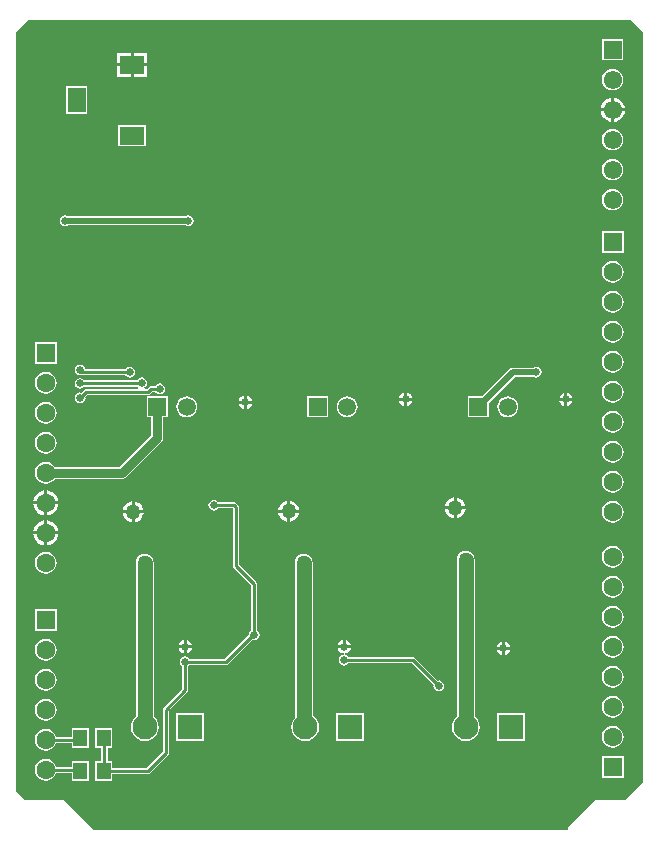
<source format=gbl>
G04*
G04 #@! TF.GenerationSoftware,Altium Limited,Altium Designer,20.0.9 (164)*
G04*
G04 Layer_Physical_Order=2*
G04 Layer_Color=16711680*
%FSLAX25Y25*%
%MOIN*%
G70*
G01*
G75*
%ADD63C,0.02000*%
%ADD64C,0.01000*%
%ADD65C,0.05000*%
%ADD67C,0.03000*%
%ADD68C,0.06102*%
%ADD69R,0.06102X0.06102*%
%ADD70C,0.06299*%
%ADD71R,0.06299X0.06299*%
%ADD72R,0.08268X0.08268*%
%ADD73C,0.08268*%
%ADD74R,0.05906X0.05906*%
%ADD75C,0.05906*%
%ADD76R,0.05906X0.08268*%
%ADD77R,0.08268X0.05906*%
%ADD78C,0.05000*%
%ADD79C,0.02500*%
%ADD80R,0.04724X0.05709*%
G36*
X103500Y132000D02*
Y-118000D01*
X97500Y-124000D01*
X87500D01*
X78500Y-133000D01*
Y-134000D01*
X-79500D01*
X-89500Y-124000D01*
X-102500D01*
X-105500Y-121000D01*
Y132000D01*
X-101500Y136000D01*
X99500D01*
X103500Y132000D01*
D02*
G37*
%LPC*%
G36*
X97051Y129551D02*
X89949D01*
Y122449D01*
X97051D01*
Y129551D01*
D02*
G37*
G36*
X-61579Y124984D02*
X-66213D01*
Y121531D01*
X-61579D01*
Y124984D01*
D02*
G37*
G36*
X-67213D02*
X-71846D01*
Y121531D01*
X-67213D01*
Y124984D01*
D02*
G37*
G36*
X-61579Y120531D02*
X-66213D01*
Y117079D01*
X-61579D01*
Y120531D01*
D02*
G37*
G36*
X-67213D02*
X-71846D01*
Y117079D01*
X-67213D01*
Y120531D01*
D02*
G37*
G36*
X93500Y119582D02*
X92573Y119460D01*
X91709Y119102D01*
X90967Y118533D01*
X90398Y117791D01*
X90040Y116927D01*
X89918Y116000D01*
X90040Y115073D01*
X90398Y114209D01*
X90967Y113467D01*
X91709Y112898D01*
X92573Y112540D01*
X93500Y112418D01*
X94427Y112540D01*
X95291Y112898D01*
X96033Y113467D01*
X96602Y114209D01*
X96960Y115073D01*
X97082Y116000D01*
X96960Y116927D01*
X96602Y117791D01*
X96033Y118533D01*
X95291Y119102D01*
X94427Y119460D01*
X93500Y119582D01*
D02*
G37*
G36*
X94000Y110020D02*
Y106500D01*
X97520D01*
X97447Y107058D01*
X97039Y108043D01*
X96389Y108889D01*
X95543Y109539D01*
X94558Y109947D01*
X94000Y110020D01*
D02*
G37*
G36*
X93000D02*
X92442Y109947D01*
X91457Y109539D01*
X90611Y108889D01*
X89961Y108043D01*
X89553Y107058D01*
X89480Y106500D01*
X93000D01*
Y110020D01*
D02*
G37*
G36*
X-81764Y113854D02*
X-88669D01*
Y104587D01*
X-81764D01*
Y113854D01*
D02*
G37*
G36*
X97520Y105500D02*
X94000D01*
Y101980D01*
X94558Y102053D01*
X95543Y102461D01*
X96389Y103111D01*
X97039Y103957D01*
X97447Y104942D01*
X97520Y105500D01*
D02*
G37*
G36*
X93000D02*
X89480D01*
X89553Y104942D01*
X89961Y103957D01*
X90611Y103111D01*
X91457Y102461D01*
X92442Y102053D01*
X93000Y101980D01*
Y105500D01*
D02*
G37*
G36*
X-62079Y100862D02*
X-71346D01*
Y93957D01*
X-62079D01*
Y100862D01*
D02*
G37*
G36*
X93500Y99582D02*
X92573Y99460D01*
X91709Y99102D01*
X90967Y98533D01*
X90398Y97791D01*
X90040Y96927D01*
X89918Y96000D01*
X90040Y95073D01*
X90398Y94209D01*
X90967Y93467D01*
X91709Y92898D01*
X92573Y92540D01*
X93500Y92418D01*
X94427Y92540D01*
X95291Y92898D01*
X96033Y93467D01*
X96602Y94209D01*
X96960Y95073D01*
X97082Y96000D01*
X96960Y96927D01*
X96602Y97791D01*
X96033Y98533D01*
X95291Y99102D01*
X94427Y99460D01*
X93500Y99582D01*
D02*
G37*
G36*
Y89582D02*
X92573Y89460D01*
X91709Y89102D01*
X90967Y88533D01*
X90398Y87791D01*
X90040Y86927D01*
X89918Y86000D01*
X90040Y85073D01*
X90398Y84209D01*
X90967Y83467D01*
X91709Y82898D01*
X92573Y82540D01*
X93500Y82418D01*
X94427Y82540D01*
X95291Y82898D01*
X96033Y83467D01*
X96602Y84209D01*
X96960Y85073D01*
X97082Y86000D01*
X96960Y86927D01*
X96602Y87791D01*
X96033Y88533D01*
X95291Y89102D01*
X94427Y89460D01*
X93500Y89582D01*
D02*
G37*
G36*
Y79582D02*
X92573Y79460D01*
X91709Y79102D01*
X90967Y78533D01*
X90398Y77791D01*
X90040Y76927D01*
X89918Y76000D01*
X90040Y75073D01*
X90398Y74209D01*
X90967Y73467D01*
X91709Y72898D01*
X92573Y72540D01*
X93500Y72418D01*
X94427Y72540D01*
X95291Y72898D01*
X96033Y73467D01*
X96602Y74209D01*
X96960Y75073D01*
X97082Y76000D01*
X96960Y76927D01*
X96602Y77791D01*
X96033Y78533D01*
X95291Y79102D01*
X94427Y79460D01*
X93500Y79582D01*
D02*
G37*
G36*
X-48000Y70784D02*
X-48683Y70648D01*
X-48861Y70529D01*
X-88139D01*
X-88317Y70648D01*
X-89000Y70784D01*
X-89683Y70648D01*
X-90262Y70262D01*
X-90649Y69683D01*
X-90784Y69000D01*
X-90649Y68317D01*
X-90262Y67738D01*
X-89683Y67352D01*
X-89000Y67216D01*
X-88317Y67352D01*
X-88139Y67471D01*
X-48861D01*
X-48683Y67352D01*
X-48000Y67216D01*
X-47317Y67352D01*
X-46738Y67738D01*
X-46352Y68317D01*
X-46216Y69000D01*
X-46352Y69683D01*
X-46738Y70262D01*
X-47317Y70648D01*
X-48000Y70784D01*
D02*
G37*
G36*
X97150Y65650D02*
X89850D01*
Y58350D01*
X97150D01*
Y65650D01*
D02*
G37*
G36*
X93500Y55681D02*
X92547Y55556D01*
X91659Y55188D01*
X90897Y54603D01*
X90312Y53841D01*
X89944Y52953D01*
X89819Y52000D01*
X89944Y51047D01*
X90312Y50160D01*
X90897Y49397D01*
X91659Y48812D01*
X92547Y48444D01*
X93500Y48319D01*
X94453Y48444D01*
X95341Y48812D01*
X96103Y49397D01*
X96688Y50160D01*
X97056Y51047D01*
X97181Y52000D01*
X97056Y52953D01*
X96688Y53841D01*
X96103Y54603D01*
X95341Y55188D01*
X94453Y55556D01*
X93500Y55681D01*
D02*
G37*
G36*
Y45681D02*
X92547Y45556D01*
X91659Y45188D01*
X90897Y44603D01*
X90312Y43841D01*
X89944Y42953D01*
X89819Y42000D01*
X89944Y41047D01*
X90312Y40159D01*
X90897Y39397D01*
X91659Y38812D01*
X92547Y38444D01*
X93500Y38319D01*
X94453Y38444D01*
X95341Y38812D01*
X96103Y39397D01*
X96688Y40159D01*
X97056Y41047D01*
X97181Y42000D01*
X97056Y42953D01*
X96688Y43841D01*
X96103Y44603D01*
X95341Y45188D01*
X94453Y45556D01*
X93500Y45681D01*
D02*
G37*
G36*
Y35681D02*
X92547Y35556D01*
X91659Y35188D01*
X90897Y34603D01*
X90312Y33841D01*
X89944Y32953D01*
X89819Y32000D01*
X89944Y31047D01*
X90312Y30160D01*
X90897Y29397D01*
X91659Y28812D01*
X92547Y28444D01*
X93500Y28319D01*
X94453Y28444D01*
X95341Y28812D01*
X96103Y29397D01*
X96688Y30160D01*
X97056Y31047D01*
X97181Y32000D01*
X97056Y32953D01*
X96688Y33841D01*
X96103Y34603D01*
X95341Y35188D01*
X94453Y35556D01*
X93500Y35681D01*
D02*
G37*
G36*
X-91850Y28650D02*
X-99150D01*
Y21350D01*
X-91850D01*
Y28650D01*
D02*
G37*
G36*
X93500Y25681D02*
X92547Y25556D01*
X91659Y25188D01*
X90897Y24603D01*
X90312Y23841D01*
X89944Y22953D01*
X89819Y22000D01*
X89944Y21047D01*
X90312Y20159D01*
X90897Y19397D01*
X91659Y18812D01*
X92547Y18444D01*
X93500Y18319D01*
X94453Y18444D01*
X95341Y18812D01*
X96103Y19397D01*
X96688Y20159D01*
X97056Y21047D01*
X97181Y22000D01*
X97056Y22953D01*
X96688Y23841D01*
X96103Y24603D01*
X95341Y25188D01*
X94453Y25556D01*
X93500Y25681D01*
D02*
G37*
G36*
X68000Y20284D02*
X67317Y20148D01*
X67139Y20029D01*
X60154D01*
X59568Y19913D01*
X59072Y19581D01*
X49943Y10453D01*
X45201D01*
Y3547D01*
X52106D01*
Y8290D01*
X60787Y16971D01*
X67139D01*
X67317Y16851D01*
X68000Y16716D01*
X68683Y16851D01*
X69262Y17238D01*
X69648Y17817D01*
X69784Y18500D01*
X69648Y19183D01*
X69262Y19762D01*
X68683Y20148D01*
X68000Y20284D01*
D02*
G37*
G36*
X-84000Y21034D02*
X-84683Y20899D01*
X-85262Y20512D01*
X-85649Y19933D01*
X-85784Y19250D01*
X-85649Y18567D01*
X-85262Y17988D01*
X-84683Y17602D01*
X-84000Y17466D01*
X-83588Y17548D01*
X-83250Y17480D01*
X-68923D01*
X-68762Y17238D01*
X-68183Y16851D01*
X-67500Y16716D01*
X-66817Y16851D01*
X-66238Y17238D01*
X-65851Y17817D01*
X-65716Y18500D01*
X-65851Y19183D01*
X-66238Y19762D01*
X-66817Y20148D01*
X-67500Y20284D01*
X-68183Y20148D01*
X-68762Y19762D01*
X-68923Y19520D01*
X-82269D01*
X-82351Y19933D01*
X-82738Y20512D01*
X-83317Y20899D01*
X-84000Y21034D01*
D02*
G37*
G36*
X-63500Y16784D02*
X-64183Y16648D01*
X-64762Y16262D01*
X-65091Y15770D01*
X-82577D01*
X-82738Y16012D01*
X-83317Y16398D01*
X-84000Y16534D01*
X-84683Y16398D01*
X-85262Y16012D01*
X-85649Y15433D01*
X-85784Y14750D01*
X-85649Y14067D01*
X-85262Y13488D01*
X-84683Y13102D01*
X-84000Y12966D01*
X-83317Y13102D01*
X-82738Y13488D01*
X-82577Y13730D01*
X-64859D01*
X-64660Y13520D01*
X-64876Y13020D01*
X-82000D01*
X-82390Y12942D01*
X-82721Y12721D01*
X-83714Y11727D01*
X-84000Y11784D01*
X-84683Y11648D01*
X-85262Y11262D01*
X-85649Y10683D01*
X-85784Y10000D01*
X-85649Y9317D01*
X-85262Y8738D01*
X-84683Y8352D01*
X-84000Y8216D01*
X-83317Y8352D01*
X-82738Y8738D01*
X-82351Y9317D01*
X-82216Y10000D01*
X-82272Y10286D01*
X-81578Y10980D01*
X-61406D01*
X-61016Y11058D01*
X-60685Y11279D01*
X-59984Y11980D01*
X-58923D01*
X-58762Y11738D01*
X-58183Y11351D01*
X-57500Y11216D01*
X-56817Y11351D01*
X-56238Y11738D01*
X-55852Y12317D01*
X-55716Y13000D01*
X-55852Y13683D01*
X-56238Y14262D01*
X-56817Y14649D01*
X-57500Y14784D01*
X-58183Y14649D01*
X-58762Y14262D01*
X-58923Y14020D01*
X-60406D01*
X-60796Y13942D01*
X-61127Y13721D01*
X-61828Y13020D01*
X-62414D01*
X-62566Y13520D01*
X-62238Y13738D01*
X-61852Y14317D01*
X-61716Y15000D01*
X-61852Y15683D01*
X-62238Y16262D01*
X-62817Y16648D01*
X-63500Y16784D01*
D02*
G37*
G36*
X-95500Y18681D02*
X-96453Y18556D01*
X-97341Y18188D01*
X-98103Y17603D01*
X-98688Y16840D01*
X-99056Y15953D01*
X-99181Y15000D01*
X-99056Y14047D01*
X-98688Y13160D01*
X-98103Y12397D01*
X-97341Y11812D01*
X-96453Y11444D01*
X-95500Y11319D01*
X-94547Y11444D01*
X-93660Y11812D01*
X-92897Y12397D01*
X-92312Y13160D01*
X-91944Y14047D01*
X-91819Y15000D01*
X-91944Y15953D01*
X-92312Y16840D01*
X-92897Y17603D01*
X-93660Y18188D01*
X-94547Y18556D01*
X-95500Y18681D01*
D02*
G37*
G36*
X25000Y11695D02*
Y10000D01*
X26695D01*
X26619Y10378D01*
X26122Y11122D01*
X25378Y11620D01*
X25000Y11695D01*
D02*
G37*
G36*
X24000D02*
X23622Y11620D01*
X22878Y11122D01*
X22380Y10378D01*
X22305Y10000D01*
X24000D01*
Y11695D01*
D02*
G37*
G36*
X78394Y11639D02*
Y9945D01*
X80088D01*
X80013Y10323D01*
X79516Y11067D01*
X78772Y11564D01*
X78394Y11639D01*
D02*
G37*
G36*
X77394D02*
X77016Y11564D01*
X76271Y11067D01*
X75774Y10323D01*
X75699Y9945D01*
X77394D01*
Y11639D01*
D02*
G37*
G36*
X-28500Y10695D02*
Y9000D01*
X-26805D01*
X-26880Y9378D01*
X-27378Y10122D01*
X-28122Y10620D01*
X-28500Y10695D01*
D02*
G37*
G36*
X-29500D02*
X-29878Y10620D01*
X-30622Y10122D01*
X-31119Y9378D01*
X-31195Y9000D01*
X-29500D01*
Y10695D01*
D02*
G37*
G36*
X93500Y15681D02*
X92547Y15556D01*
X91659Y15188D01*
X90897Y14603D01*
X90312Y13840D01*
X89944Y12953D01*
X89819Y12000D01*
X89944Y11047D01*
X90312Y10159D01*
X90897Y9397D01*
X91659Y8812D01*
X92547Y8444D01*
X93500Y8319D01*
X94453Y8444D01*
X95341Y8812D01*
X96103Y9397D01*
X96688Y10159D01*
X97056Y11047D01*
X97181Y12000D01*
X97056Y12953D01*
X96688Y13840D01*
X96103Y14603D01*
X95341Y15188D01*
X94453Y15556D01*
X93500Y15681D01*
D02*
G37*
G36*
X26695Y9000D02*
X25000D01*
Y7305D01*
X25378Y7380D01*
X26122Y7878D01*
X26619Y8622D01*
X26695Y9000D01*
D02*
G37*
G36*
X24000D02*
X22305D01*
X22380Y8622D01*
X22878Y7878D01*
X23622Y7380D01*
X24000Y7305D01*
Y9000D01*
D02*
G37*
G36*
X80088Y8945D02*
X78394D01*
Y7250D01*
X78772Y7325D01*
X79516Y7823D01*
X80013Y8567D01*
X80088Y8945D01*
D02*
G37*
G36*
X77394D02*
X75699D01*
X75774Y8567D01*
X76271Y7823D01*
X77016Y7325D01*
X77394Y7250D01*
Y8945D01*
D02*
G37*
G36*
X-26805Y8000D02*
X-28500D01*
Y6305D01*
X-28122Y6381D01*
X-27378Y6878D01*
X-26880Y7622D01*
X-26805Y8000D01*
D02*
G37*
G36*
X-29500D02*
X-31195D01*
X-31119Y7622D01*
X-30622Y6878D01*
X-29878Y6381D01*
X-29500Y6305D01*
Y8000D01*
D02*
G37*
G36*
X-1394Y10453D02*
X-8299D01*
Y3547D01*
X-1394D01*
Y10453D01*
D02*
G37*
G36*
X58496Y10482D02*
X57595Y10364D01*
X56755Y10016D01*
X56033Y9463D01*
X55480Y8741D01*
X55132Y7901D01*
X55014Y7000D01*
X55132Y6099D01*
X55480Y5259D01*
X56033Y4538D01*
X56755Y3984D01*
X57595Y3636D01*
X58496Y3517D01*
X59397Y3636D01*
X60237Y3984D01*
X60959Y4538D01*
X61512Y5259D01*
X61860Y6099D01*
X61979Y7000D01*
X61860Y7901D01*
X61512Y8741D01*
X60959Y9463D01*
X60237Y10016D01*
X59397Y10364D01*
X58496Y10482D01*
D02*
G37*
G36*
X4996D02*
X4095Y10364D01*
X3255Y10016D01*
X2534Y9463D01*
X1980Y8741D01*
X1632Y7901D01*
X1514Y7000D01*
X1632Y6099D01*
X1980Y5259D01*
X2534Y4538D01*
X3255Y3984D01*
X4095Y3636D01*
X4996Y3517D01*
X5897Y3636D01*
X6737Y3984D01*
X7459Y4538D01*
X8012Y5259D01*
X8360Y6099D01*
X8479Y7000D01*
X8360Y7901D01*
X8012Y8741D01*
X7459Y9463D01*
X6737Y10016D01*
X5897Y10364D01*
X4996Y10482D01*
D02*
G37*
G36*
X-48504D02*
X-49405Y10364D01*
X-50245Y10016D01*
X-50967Y9463D01*
X-51520Y8741D01*
X-51868Y7901D01*
X-51986Y7000D01*
X-51868Y6099D01*
X-51520Y5259D01*
X-50967Y4538D01*
X-50245Y3984D01*
X-49405Y3636D01*
X-48504Y3517D01*
X-47603Y3636D01*
X-46763Y3984D01*
X-46041Y4538D01*
X-45488Y5259D01*
X-45140Y6099D01*
X-45021Y7000D01*
X-45140Y7901D01*
X-45488Y8741D01*
X-46041Y9463D01*
X-46763Y10016D01*
X-47603Y10364D01*
X-48504Y10482D01*
D02*
G37*
G36*
X-95500Y8681D02*
X-96453Y8556D01*
X-97341Y8188D01*
X-98103Y7603D01*
X-98688Y6841D01*
X-99056Y5953D01*
X-99181Y5000D01*
X-99056Y4047D01*
X-98688Y3159D01*
X-98103Y2397D01*
X-97341Y1812D01*
X-96453Y1444D01*
X-95500Y1319D01*
X-94547Y1444D01*
X-93660Y1812D01*
X-92897Y2397D01*
X-92312Y3159D01*
X-91944Y4047D01*
X-91819Y5000D01*
X-91944Y5953D01*
X-92312Y6841D01*
X-92897Y7603D01*
X-93660Y8188D01*
X-94547Y8556D01*
X-95500Y8681D01*
D02*
G37*
G36*
X93500Y5681D02*
X92547Y5556D01*
X91659Y5188D01*
X90897Y4603D01*
X90312Y3841D01*
X89944Y2953D01*
X89819Y2000D01*
X89944Y1047D01*
X90312Y160D01*
X90897Y-603D01*
X91659Y-1188D01*
X92547Y-1556D01*
X93500Y-1681D01*
X94453Y-1556D01*
X95341Y-1188D01*
X96103Y-603D01*
X96688Y160D01*
X97056Y1047D01*
X97181Y2000D01*
X97056Y2953D01*
X96688Y3841D01*
X96103Y4603D01*
X95341Y5188D01*
X94453Y5556D01*
X93500Y5681D01*
D02*
G37*
G36*
X-95500Y-1319D02*
X-96453Y-1444D01*
X-97341Y-1812D01*
X-98103Y-2397D01*
X-98688Y-3159D01*
X-99056Y-4047D01*
X-99181Y-5000D01*
X-99056Y-5953D01*
X-98688Y-6841D01*
X-98103Y-7603D01*
X-97341Y-8188D01*
X-96453Y-8556D01*
X-95500Y-8681D01*
X-94547Y-8556D01*
X-93660Y-8188D01*
X-92897Y-7603D01*
X-92312Y-6841D01*
X-91944Y-5953D01*
X-91819Y-5000D01*
X-91944Y-4047D01*
X-92312Y-3159D01*
X-92897Y-2397D01*
X-93660Y-1812D01*
X-94547Y-1444D01*
X-95500Y-1319D01*
D02*
G37*
G36*
X93500Y-4319D02*
X92547Y-4444D01*
X91659Y-4812D01*
X90897Y-5397D01*
X90312Y-6160D01*
X89944Y-7047D01*
X89819Y-8000D01*
X89944Y-8953D01*
X90312Y-9841D01*
X90897Y-10603D01*
X91659Y-11188D01*
X92547Y-11556D01*
X93500Y-11681D01*
X94453Y-11556D01*
X95341Y-11188D01*
X96103Y-10603D01*
X96688Y-9841D01*
X97056Y-8953D01*
X97181Y-8000D01*
X97056Y-7047D01*
X96688Y-6160D01*
X96103Y-5397D01*
X95341Y-4812D01*
X94453Y-4444D01*
X93500Y-4319D01*
D02*
G37*
G36*
X-54894Y10453D02*
X-61799D01*
Y3547D01*
X-60386D01*
Y-2502D01*
X-70845Y-12961D01*
X-92465D01*
X-92897Y-12397D01*
X-93660Y-11812D01*
X-94547Y-11444D01*
X-95500Y-11319D01*
X-96453Y-11444D01*
X-97341Y-11812D01*
X-98103Y-12397D01*
X-98688Y-13160D01*
X-99056Y-14047D01*
X-99181Y-15000D01*
X-99056Y-15953D01*
X-98688Y-16840D01*
X-98103Y-17603D01*
X-97341Y-18188D01*
X-96453Y-18556D01*
X-95500Y-18681D01*
X-94547Y-18556D01*
X-93660Y-18188D01*
X-92897Y-17603D01*
X-92465Y-17039D01*
X-70000D01*
X-69220Y-16884D01*
X-68558Y-16442D01*
X-56905Y-4788D01*
X-56463Y-4127D01*
X-56307Y-3347D01*
Y3547D01*
X-54894D01*
Y10453D01*
D02*
G37*
G36*
X93500Y-14319D02*
X92547Y-14444D01*
X91659Y-14812D01*
X90897Y-15397D01*
X90312Y-16160D01*
X89944Y-17047D01*
X89819Y-18000D01*
X89944Y-18953D01*
X90312Y-19840D01*
X90897Y-20603D01*
X91659Y-21188D01*
X92547Y-21556D01*
X93500Y-21681D01*
X94453Y-21556D01*
X95341Y-21188D01*
X96103Y-20603D01*
X96688Y-19840D01*
X97056Y-18953D01*
X97181Y-18000D01*
X97056Y-17047D01*
X96688Y-16160D01*
X96103Y-15397D01*
X95341Y-14812D01*
X94453Y-14444D01*
X93500Y-14319D01*
D02*
G37*
G36*
X-95000Y-20880D02*
Y-24500D01*
X-91380D01*
X-91457Y-23917D01*
X-91875Y-22907D01*
X-92541Y-22040D01*
X-93407Y-21375D01*
X-94417Y-20957D01*
X-95000Y-20880D01*
D02*
G37*
G36*
X-96000D02*
X-96583Y-20957D01*
X-97593Y-21375D01*
X-98460Y-22040D01*
X-99125Y-22907D01*
X-99543Y-23917D01*
X-99620Y-24500D01*
X-96000D01*
Y-20880D01*
D02*
G37*
G36*
X41500Y-23236D02*
Y-26200D01*
X44464D01*
X44410Y-25786D01*
X44057Y-24935D01*
X43496Y-24204D01*
X42765Y-23643D01*
X41914Y-23290D01*
X41500Y-23236D01*
D02*
G37*
G36*
X40500D02*
X40086Y-23290D01*
X39235Y-23643D01*
X38504Y-24204D01*
X37943Y-24935D01*
X37590Y-25786D01*
X37536Y-26200D01*
X40500D01*
Y-23236D01*
D02*
G37*
G36*
X-14000Y-24336D02*
Y-27300D01*
X-11036D01*
X-11090Y-26886D01*
X-11443Y-26035D01*
X-12004Y-25304D01*
X-12735Y-24743D01*
X-13586Y-24390D01*
X-14000Y-24336D01*
D02*
G37*
G36*
X-15000D02*
X-15414Y-24390D01*
X-16265Y-24743D01*
X-16996Y-25304D01*
X-17557Y-26035D01*
X-17910Y-26886D01*
X-17964Y-27300D01*
X-15000D01*
Y-24336D01*
D02*
G37*
G36*
X-65815Y-24536D02*
Y-27500D01*
X-62851D01*
X-62905Y-27086D01*
X-63258Y-26235D01*
X-63819Y-25504D01*
X-64550Y-24943D01*
X-65401Y-24590D01*
X-65815Y-24536D01*
D02*
G37*
G36*
X-66815D02*
X-67229Y-24590D01*
X-68080Y-24943D01*
X-68811Y-25504D01*
X-69372Y-26235D01*
X-69725Y-27086D01*
X-69779Y-27500D01*
X-66815D01*
Y-24536D01*
D02*
G37*
G36*
X-91380Y-25500D02*
X-95000D01*
Y-29120D01*
X-94417Y-29043D01*
X-93407Y-28625D01*
X-92541Y-27959D01*
X-91875Y-27093D01*
X-91457Y-26083D01*
X-91380Y-25500D01*
D02*
G37*
G36*
X-96000D02*
X-99620D01*
X-99543Y-26083D01*
X-99125Y-27093D01*
X-98460Y-27959D01*
X-97593Y-28625D01*
X-96583Y-29043D01*
X-96000Y-29120D01*
Y-25500D01*
D02*
G37*
G36*
X44464Y-27200D02*
X41500D01*
Y-30164D01*
X41914Y-30110D01*
X42765Y-29757D01*
X43496Y-29196D01*
X44057Y-28465D01*
X44410Y-27614D01*
X44464Y-27200D01*
D02*
G37*
G36*
X40500D02*
X37536D01*
X37590Y-27614D01*
X37943Y-28465D01*
X38504Y-29196D01*
X39235Y-29757D01*
X40086Y-30110D01*
X40500Y-30164D01*
Y-27200D01*
D02*
G37*
G36*
X-11036Y-28300D02*
X-14000D01*
Y-31264D01*
X-13586Y-31210D01*
X-12735Y-30857D01*
X-12004Y-30296D01*
X-11443Y-29565D01*
X-11090Y-28714D01*
X-11036Y-28300D01*
D02*
G37*
G36*
X-15000D02*
X-17964D01*
X-17910Y-28714D01*
X-17557Y-29565D01*
X-16996Y-30296D01*
X-16265Y-30857D01*
X-15414Y-31210D01*
X-15000Y-31264D01*
Y-28300D01*
D02*
G37*
G36*
X-62851Y-28500D02*
X-65815D01*
Y-31464D01*
X-65401Y-31410D01*
X-64550Y-31057D01*
X-63819Y-30496D01*
X-63258Y-29765D01*
X-62905Y-28914D01*
X-62851Y-28500D01*
D02*
G37*
G36*
X-66815D02*
X-69779D01*
X-69725Y-28914D01*
X-69372Y-29765D01*
X-68811Y-30496D01*
X-68080Y-31057D01*
X-67229Y-31410D01*
X-66815Y-31464D01*
Y-28500D01*
D02*
G37*
G36*
X93500Y-24319D02*
X92547Y-24444D01*
X91659Y-24812D01*
X90897Y-25397D01*
X90312Y-26160D01*
X89944Y-27047D01*
X89819Y-28000D01*
X89944Y-28953D01*
X90312Y-29840D01*
X90897Y-30603D01*
X91659Y-31188D01*
X92547Y-31556D01*
X93500Y-31681D01*
X94453Y-31556D01*
X95341Y-31188D01*
X96103Y-30603D01*
X96688Y-29840D01*
X97056Y-28953D01*
X97181Y-28000D01*
X97056Y-27047D01*
X96688Y-26160D01*
X96103Y-25397D01*
X95341Y-24812D01*
X94453Y-24444D01*
X93500Y-24319D01*
D02*
G37*
G36*
X-95000Y-30880D02*
Y-34500D01*
X-91380D01*
X-91457Y-33917D01*
X-91875Y-32907D01*
X-92541Y-32041D01*
X-93407Y-31375D01*
X-94417Y-30957D01*
X-95000Y-30880D01*
D02*
G37*
G36*
X-96000D02*
X-96583Y-30957D01*
X-97593Y-31375D01*
X-98460Y-32041D01*
X-99125Y-32907D01*
X-99543Y-33917D01*
X-99620Y-34500D01*
X-96000D01*
Y-30880D01*
D02*
G37*
G36*
X-91380Y-35500D02*
X-95000D01*
Y-39120D01*
X-94417Y-39043D01*
X-93407Y-38625D01*
X-92541Y-37960D01*
X-91875Y-37093D01*
X-91457Y-36083D01*
X-91380Y-35500D01*
D02*
G37*
G36*
X-96000D02*
X-99620D01*
X-99543Y-36083D01*
X-99125Y-37093D01*
X-98460Y-37960D01*
X-97593Y-38625D01*
X-96583Y-39043D01*
X-96000Y-39120D01*
Y-35500D01*
D02*
G37*
G36*
X93500Y-39319D02*
X92547Y-39444D01*
X91659Y-39812D01*
X90897Y-40397D01*
X90312Y-41159D01*
X89944Y-42047D01*
X89819Y-43000D01*
X89944Y-43953D01*
X90312Y-44840D01*
X90897Y-45603D01*
X91659Y-46188D01*
X92547Y-46556D01*
X93500Y-46681D01*
X94453Y-46556D01*
X95341Y-46188D01*
X96103Y-45603D01*
X96688Y-44840D01*
X97056Y-43953D01*
X97181Y-43000D01*
X97056Y-42047D01*
X96688Y-41159D01*
X96103Y-40397D01*
X95341Y-39812D01*
X94453Y-39444D01*
X93500Y-39319D01*
D02*
G37*
G36*
X-95500Y-41319D02*
X-96453Y-41444D01*
X-97341Y-41812D01*
X-98103Y-42397D01*
X-98688Y-43159D01*
X-99056Y-44047D01*
X-99181Y-45000D01*
X-99056Y-45953D01*
X-98688Y-46841D01*
X-98103Y-47603D01*
X-97341Y-48188D01*
X-96453Y-48556D01*
X-95500Y-48681D01*
X-94547Y-48556D01*
X-93660Y-48188D01*
X-92897Y-47603D01*
X-92312Y-46841D01*
X-91944Y-45953D01*
X-91819Y-45000D01*
X-91944Y-44047D01*
X-92312Y-43159D01*
X-92897Y-42397D01*
X-93660Y-41812D01*
X-94547Y-41444D01*
X-95500Y-41319D01*
D02*
G37*
G36*
X93500Y-49319D02*
X92547Y-49444D01*
X91659Y-49812D01*
X90897Y-50397D01*
X90312Y-51160D01*
X89944Y-52047D01*
X89819Y-53000D01*
X89944Y-53953D01*
X90312Y-54840D01*
X90897Y-55603D01*
X91659Y-56188D01*
X92547Y-56556D01*
X93500Y-56681D01*
X94453Y-56556D01*
X95341Y-56188D01*
X96103Y-55603D01*
X96688Y-54840D01*
X97056Y-53953D01*
X97181Y-53000D01*
X97056Y-52047D01*
X96688Y-51160D01*
X96103Y-50397D01*
X95341Y-49812D01*
X94453Y-49444D01*
X93500Y-49319D01*
D02*
G37*
G36*
Y-59319D02*
X92547Y-59444D01*
X91659Y-59812D01*
X90897Y-60397D01*
X90312Y-61159D01*
X89944Y-62047D01*
X89819Y-63000D01*
X89944Y-63953D01*
X90312Y-64841D01*
X90897Y-65603D01*
X91659Y-66188D01*
X92547Y-66556D01*
X93500Y-66681D01*
X94453Y-66556D01*
X95341Y-66188D01*
X96103Y-65603D01*
X96688Y-64841D01*
X97056Y-63953D01*
X97181Y-63000D01*
X97056Y-62047D01*
X96688Y-61159D01*
X96103Y-60397D01*
X95341Y-59812D01*
X94453Y-59444D01*
X93500Y-59319D01*
D02*
G37*
G36*
X-91850Y-60350D02*
X-99150D01*
Y-67650D01*
X-91850D01*
Y-60350D01*
D02*
G37*
G36*
X-39500Y-24066D02*
X-40183Y-24202D01*
X-40762Y-24589D01*
X-41148Y-25168D01*
X-41284Y-25850D01*
X-41148Y-26533D01*
X-40762Y-27112D01*
X-40183Y-27499D01*
X-39500Y-27635D01*
X-38817Y-27499D01*
X-38238Y-27112D01*
X-38077Y-26870D01*
X-33072D01*
X-33020Y-26922D01*
Y-46000D01*
X-32942Y-46390D01*
X-32721Y-46721D01*
X-27020Y-52422D01*
Y-67577D01*
X-27262Y-67738D01*
X-27648Y-68317D01*
X-27758Y-68868D01*
X-27915Y-68974D01*
X-35922Y-76980D01*
X-47577D01*
X-47738Y-76738D01*
X-48317Y-76351D01*
X-49000Y-76216D01*
X-49683Y-76351D01*
X-50262Y-76738D01*
X-50648Y-77317D01*
X-50784Y-78000D01*
X-50648Y-78683D01*
X-50262Y-79262D01*
X-50020Y-79423D01*
Y-87031D01*
X-56221Y-93232D01*
X-56442Y-93563D01*
X-56520Y-93953D01*
Y-108078D01*
X-61963Y-113521D01*
X-73232D01*
Y-111186D01*
X-74878D01*
Y-106854D01*
X-73232D01*
Y-100146D01*
X-78957D01*
Y-106854D01*
X-76917D01*
Y-111186D01*
X-78957D01*
Y-117895D01*
X-73232D01*
Y-115560D01*
X-61540D01*
X-61150Y-115482D01*
X-60819Y-115261D01*
X-54779Y-109221D01*
X-54558Y-108890D01*
X-54480Y-108500D01*
Y-94375D01*
X-48279Y-88174D01*
X-48058Y-87843D01*
X-47980Y-87453D01*
Y-79423D01*
X-47738Y-79262D01*
X-47577Y-79020D01*
X-35500D01*
X-35110Y-78942D01*
X-34779Y-78721D01*
X-26697Y-70639D01*
X-26683Y-70648D01*
X-26000Y-70784D01*
X-25317Y-70648D01*
X-24738Y-70262D01*
X-24351Y-69683D01*
X-24216Y-69000D01*
X-24351Y-68317D01*
X-24738Y-67738D01*
X-24980Y-67577D01*
Y-52000D01*
X-25058Y-51610D01*
X-25279Y-51279D01*
X-30980Y-45578D01*
Y-26500D01*
X-31058Y-26110D01*
X-31279Y-25779D01*
X-31929Y-25129D01*
X-32259Y-24908D01*
X-32650Y-24831D01*
X-38077D01*
X-38238Y-24589D01*
X-38817Y-24202D01*
X-39500Y-24066D01*
D02*
G37*
G36*
X4500Y-70805D02*
Y-72500D01*
X6195D01*
X6119Y-72122D01*
X5622Y-71378D01*
X4878Y-70881D01*
X4500Y-70805D01*
D02*
G37*
G36*
X3500D02*
X3122Y-70881D01*
X2378Y-71378D01*
X1881Y-72122D01*
X1805Y-72500D01*
X3500D01*
Y-70805D01*
D02*
G37*
G36*
X-48500D02*
Y-72500D01*
X-46805D01*
X-46880Y-72122D01*
X-47378Y-71378D01*
X-48122Y-70881D01*
X-48500Y-70805D01*
D02*
G37*
G36*
X-49500D02*
X-49878Y-70881D01*
X-50622Y-71378D01*
X-51120Y-72122D01*
X-51195Y-72500D01*
X-49500D01*
Y-70805D01*
D02*
G37*
G36*
X57600Y-71305D02*
Y-73000D01*
X59295D01*
X59219Y-72622D01*
X58722Y-71878D01*
X57978Y-71381D01*
X57600Y-71305D01*
D02*
G37*
G36*
X56600D02*
X56222Y-71381D01*
X55478Y-71878D01*
X54981Y-72622D01*
X54905Y-73000D01*
X56600D01*
Y-71305D01*
D02*
G37*
G36*
X-46805Y-73500D02*
X-48500D01*
Y-75195D01*
X-48122Y-75119D01*
X-47378Y-74622D01*
X-46880Y-73878D01*
X-46805Y-73500D01*
D02*
G37*
G36*
X-49500D02*
X-51195D01*
X-51120Y-73878D01*
X-50622Y-74622D01*
X-49878Y-75119D01*
X-49500Y-75195D01*
Y-73500D01*
D02*
G37*
G36*
X59295Y-74000D02*
X57600D01*
Y-75695D01*
X57978Y-75619D01*
X58722Y-75122D01*
X59219Y-74378D01*
X59295Y-74000D01*
D02*
G37*
G36*
X56600D02*
X54905D01*
X54981Y-74378D01*
X55478Y-75122D01*
X56222Y-75619D01*
X56600Y-75695D01*
Y-74000D01*
D02*
G37*
G36*
X93500Y-69319D02*
X92547Y-69444D01*
X91659Y-69812D01*
X90897Y-70397D01*
X90312Y-71159D01*
X89944Y-72047D01*
X89819Y-73000D01*
X89944Y-73953D01*
X90312Y-74840D01*
X90897Y-75603D01*
X91659Y-76188D01*
X92547Y-76556D01*
X93500Y-76681D01*
X94453Y-76556D01*
X95341Y-76188D01*
X96103Y-75603D01*
X96688Y-74840D01*
X97056Y-73953D01*
X97181Y-73000D01*
X97056Y-72047D01*
X96688Y-71159D01*
X96103Y-70397D01*
X95341Y-69812D01*
X94453Y-69444D01*
X93500Y-69319D01*
D02*
G37*
G36*
X-95500Y-70319D02*
X-96453Y-70444D01*
X-97341Y-70812D01*
X-98103Y-71397D01*
X-98688Y-72159D01*
X-99056Y-73047D01*
X-99181Y-74000D01*
X-99056Y-74953D01*
X-98688Y-75841D01*
X-98103Y-76603D01*
X-97341Y-77188D01*
X-96453Y-77556D01*
X-95500Y-77681D01*
X-94547Y-77556D01*
X-93660Y-77188D01*
X-92897Y-76603D01*
X-92312Y-75841D01*
X-91944Y-74953D01*
X-91819Y-74000D01*
X-91944Y-73047D01*
X-92312Y-72159D01*
X-92897Y-71397D01*
X-93660Y-70812D01*
X-94547Y-70444D01*
X-95500Y-70319D01*
D02*
G37*
G36*
X93500Y-79319D02*
X92547Y-79444D01*
X91659Y-79812D01*
X90897Y-80397D01*
X90312Y-81160D01*
X89944Y-82047D01*
X89819Y-83000D01*
X89944Y-83953D01*
X90312Y-84841D01*
X90897Y-85603D01*
X91659Y-86188D01*
X92547Y-86556D01*
X93500Y-86681D01*
X94453Y-86556D01*
X95341Y-86188D01*
X96103Y-85603D01*
X96688Y-84841D01*
X97056Y-83953D01*
X97181Y-83000D01*
X97056Y-82047D01*
X96688Y-81160D01*
X96103Y-80397D01*
X95341Y-79812D01*
X94453Y-79444D01*
X93500Y-79319D01*
D02*
G37*
G36*
X-95500Y-80319D02*
X-96453Y-80444D01*
X-97341Y-80812D01*
X-98103Y-81397D01*
X-98688Y-82160D01*
X-99056Y-83047D01*
X-99181Y-84000D01*
X-99056Y-84953D01*
X-98688Y-85840D01*
X-98103Y-86603D01*
X-97341Y-87188D01*
X-96453Y-87556D01*
X-95500Y-87681D01*
X-94547Y-87556D01*
X-93660Y-87188D01*
X-92897Y-86603D01*
X-92312Y-85840D01*
X-91944Y-84953D01*
X-91819Y-84000D01*
X-91944Y-83047D01*
X-92312Y-82160D01*
X-92897Y-81397D01*
X-93660Y-80812D01*
X-94547Y-80444D01*
X-95500Y-80319D01*
D02*
G37*
G36*
X6195Y-73500D02*
X1805D01*
X1881Y-73878D01*
X2378Y-74622D01*
X3122Y-75119D01*
X3726Y-75240D01*
X3778Y-75250D01*
Y-75760D01*
X3726Y-75770D01*
X3317Y-75852D01*
X2738Y-76238D01*
X2351Y-76817D01*
X2216Y-77500D01*
X2351Y-78183D01*
X2738Y-78762D01*
X3317Y-79149D01*
X4000Y-79284D01*
X4683Y-79149D01*
X5262Y-78762D01*
X5423Y-78520D01*
X26578D01*
X33773Y-85714D01*
X33716Y-86000D01*
X33852Y-86683D01*
X34238Y-87262D01*
X34817Y-87648D01*
X35500Y-87784D01*
X36183Y-87648D01*
X36762Y-87262D01*
X37148Y-86683D01*
X37284Y-86000D01*
X37148Y-85317D01*
X36762Y-84738D01*
X36183Y-84351D01*
X35500Y-84216D01*
X35214Y-84272D01*
X27721Y-76779D01*
X27390Y-76558D01*
X27000Y-76480D01*
X5423D01*
X5262Y-76238D01*
X4683Y-75852D01*
X4274Y-75770D01*
X4222Y-75760D01*
Y-75250D01*
X4274Y-75240D01*
X4878Y-75119D01*
X5622Y-74622D01*
X6119Y-73878D01*
X6195Y-73500D01*
D02*
G37*
G36*
X93500Y-89319D02*
X92547Y-89444D01*
X91659Y-89812D01*
X90897Y-90397D01*
X90312Y-91159D01*
X89944Y-92047D01*
X89819Y-93000D01*
X89944Y-93953D01*
X90312Y-94841D01*
X90897Y-95603D01*
X91659Y-96188D01*
X92547Y-96556D01*
X93500Y-96681D01*
X94453Y-96556D01*
X95341Y-96188D01*
X96103Y-95603D01*
X96688Y-94841D01*
X97056Y-93953D01*
X97181Y-93000D01*
X97056Y-92047D01*
X96688Y-91159D01*
X96103Y-90397D01*
X95341Y-89812D01*
X94453Y-89444D01*
X93500Y-89319D01*
D02*
G37*
G36*
X-95500Y-90319D02*
X-96453Y-90444D01*
X-97341Y-90812D01*
X-98103Y-91397D01*
X-98688Y-92159D01*
X-99056Y-93047D01*
X-99181Y-94000D01*
X-99056Y-94953D01*
X-98688Y-95841D01*
X-98103Y-96603D01*
X-97341Y-97188D01*
X-96453Y-97556D01*
X-95500Y-97681D01*
X-94547Y-97556D01*
X-93660Y-97188D01*
X-92897Y-96603D01*
X-92312Y-95841D01*
X-91944Y-94953D01*
X-91819Y-94000D01*
X-91944Y-93047D01*
X-92312Y-92159D01*
X-92897Y-91397D01*
X-93660Y-90812D01*
X-94547Y-90444D01*
X-95500Y-90319D01*
D02*
G37*
G36*
X-81106Y-100146D02*
X-86831D01*
Y-102980D01*
X-91972D01*
X-92312Y-102160D01*
X-92897Y-101397D01*
X-93660Y-100812D01*
X-94547Y-100444D01*
X-95500Y-100319D01*
X-96453Y-100444D01*
X-97341Y-100812D01*
X-98103Y-101397D01*
X-98688Y-102160D01*
X-99056Y-103047D01*
X-99181Y-104000D01*
X-99056Y-104953D01*
X-98688Y-105841D01*
X-98103Y-106603D01*
X-97341Y-107188D01*
X-96453Y-107556D01*
X-95500Y-107681D01*
X-94547Y-107556D01*
X-93660Y-107188D01*
X-92897Y-106603D01*
X-92312Y-105841D01*
X-91972Y-105020D01*
X-86831D01*
Y-106854D01*
X-81106D01*
Y-100146D01*
D02*
G37*
G36*
X64134Y-95167D02*
X54866D01*
Y-104435D01*
X64134D01*
Y-95167D01*
D02*
G37*
G36*
X10634D02*
X1366D01*
Y-104435D01*
X10634D01*
Y-95167D01*
D02*
G37*
G36*
X-42866D02*
X-52134D01*
Y-104435D01*
X-42866D01*
Y-95167D01*
D02*
G37*
G36*
X44500Y-40974D02*
X43717Y-41077D01*
X42987Y-41379D01*
X42360Y-41860D01*
X41879Y-42487D01*
X41577Y-43217D01*
X41474Y-44000D01*
Y-96282D01*
X41195Y-96496D01*
X40452Y-97464D01*
X39985Y-98591D01*
X39826Y-99801D01*
X39985Y-101011D01*
X40452Y-102138D01*
X41195Y-103106D01*
X42163Y-103849D01*
X43290Y-104316D01*
X44500Y-104475D01*
X45710Y-104316D01*
X46837Y-103849D01*
X47805Y-103106D01*
X48548Y-102138D01*
X49015Y-101011D01*
X49174Y-99801D01*
X49015Y-98591D01*
X48548Y-97464D01*
X47805Y-96496D01*
X47526Y-96282D01*
Y-44000D01*
X47423Y-43217D01*
X47120Y-42487D01*
X46640Y-41860D01*
X46013Y-41379D01*
X45283Y-41077D01*
X44500Y-40974D01*
D02*
G37*
G36*
X-9500Y-41974D02*
X-10283Y-42077D01*
X-11013Y-42380D01*
X-11640Y-42860D01*
X-12121Y-43487D01*
X-12423Y-44217D01*
X-12526Y-45000D01*
Y-96784D01*
X-13048Y-97464D01*
X-13515Y-98591D01*
X-13674Y-99801D01*
X-13515Y-101011D01*
X-13048Y-102138D01*
X-12305Y-103106D01*
X-11337Y-103849D01*
X-10210Y-104316D01*
X-9000Y-104475D01*
X-7790Y-104316D01*
X-6663Y-103849D01*
X-5695Y-103106D01*
X-4952Y-102138D01*
X-4485Y-101011D01*
X-4326Y-99801D01*
X-4485Y-98591D01*
X-4952Y-97464D01*
X-5695Y-96496D01*
X-6474Y-95898D01*
Y-45000D01*
X-6577Y-44217D01*
X-6880Y-43487D01*
X-7360Y-42860D01*
X-7987Y-42380D01*
X-8717Y-42077D01*
X-9500Y-41974D01*
D02*
G37*
G36*
X-62500D02*
X-63283Y-42077D01*
X-64013Y-42380D01*
X-64640Y-42860D01*
X-65121Y-43487D01*
X-65423Y-44217D01*
X-65526Y-45000D01*
Y-96282D01*
X-65805Y-96496D01*
X-66548Y-97464D01*
X-67015Y-98591D01*
X-67174Y-99801D01*
X-67015Y-101011D01*
X-66548Y-102138D01*
X-65805Y-103106D01*
X-64837Y-103849D01*
X-63710Y-104316D01*
X-62500Y-104475D01*
X-61290Y-104316D01*
X-60163Y-103849D01*
X-59195Y-103106D01*
X-58452Y-102138D01*
X-57985Y-101011D01*
X-57826Y-99801D01*
X-57985Y-98591D01*
X-58452Y-97464D01*
X-59195Y-96496D01*
X-59474Y-96282D01*
Y-45000D01*
X-59577Y-44217D01*
X-59879Y-43487D01*
X-60360Y-42860D01*
X-60987Y-42380D01*
X-61717Y-42077D01*
X-62500Y-41974D01*
D02*
G37*
G36*
X93500Y-99319D02*
X92547Y-99444D01*
X91659Y-99812D01*
X90897Y-100397D01*
X90312Y-101160D01*
X89944Y-102047D01*
X89819Y-103000D01*
X89944Y-103953D01*
X90312Y-104841D01*
X90897Y-105603D01*
X91659Y-106188D01*
X92547Y-106556D01*
X93500Y-106681D01*
X94453Y-106556D01*
X95341Y-106188D01*
X96103Y-105603D01*
X96688Y-104841D01*
X97056Y-103953D01*
X97181Y-103000D01*
X97056Y-102047D01*
X96688Y-101160D01*
X96103Y-100397D01*
X95341Y-99812D01*
X94453Y-99444D01*
X93500Y-99319D01*
D02*
G37*
G36*
X97150Y-109350D02*
X89850D01*
Y-116650D01*
X97150D01*
Y-109350D01*
D02*
G37*
G36*
X-95500Y-110319D02*
X-96453Y-110444D01*
X-97341Y-110812D01*
X-98103Y-111397D01*
X-98688Y-112160D01*
X-99056Y-113047D01*
X-99181Y-114000D01*
X-99056Y-114953D01*
X-98688Y-115840D01*
X-98103Y-116603D01*
X-97341Y-117188D01*
X-96453Y-117556D01*
X-95500Y-117681D01*
X-94547Y-117556D01*
X-93660Y-117188D01*
X-92897Y-116603D01*
X-92312Y-115840D01*
X-91972Y-115020D01*
X-86831D01*
Y-117895D01*
X-81106D01*
Y-111186D01*
X-86831D01*
Y-112980D01*
X-91972D01*
X-92312Y-112160D01*
X-92897Y-111397D01*
X-93660Y-110812D01*
X-94547Y-110444D01*
X-95500Y-110319D01*
D02*
G37*
%LPD*%
D63*
X60154Y18500D02*
X68000D01*
X48654Y7000D02*
X60154Y18500D01*
X-89000Y69000D02*
X-48000D01*
D64*
X-60406Y13000D02*
X-57500D01*
X-61406Y12000D02*
X-60406Y13000D01*
X-83250Y18500D02*
X-67500D01*
X-84250Y14750D02*
X-63750D01*
X-63500Y15000D01*
X-84000Y10000D02*
X-82000Y12000D01*
X-61406D01*
X-84000Y19250D02*
X-83250Y18500D01*
X-75898Y-114344D02*
Y-103500D01*
X-49000Y-78000D02*
X-35500D01*
X-39500Y-25850D02*
X-32650D01*
X-32000Y-26500D01*
Y-46000D02*
Y-26500D01*
Y-46000D02*
X-26000Y-52000D01*
Y-69000D02*
Y-52000D01*
X-76095Y-114540D02*
X-75898Y-114344D01*
X-76095Y-103500D02*
X-75898D01*
X-76095Y-114540D02*
X-61540D01*
X-55500Y-108500D01*
X-49000Y-87453D02*
Y-78000D01*
X-55500Y-93953D02*
X-49000Y-87453D01*
X-55500Y-108500D02*
Y-93953D01*
X-84509Y-114000D02*
X-83969Y-114540D01*
X-95500Y-114000D02*
X-84509D01*
X-84469Y-104000D02*
X-83969Y-103500D01*
X-95500Y-104000D02*
X-84469D01*
X4000Y-77500D02*
X27000D01*
X35500Y-86000D01*
X-27100Y-69695D02*
X-26406Y-69000D01*
X-27194Y-69695D02*
X-27100D01*
X-35500Y-78000D02*
X-27194Y-69695D01*
X-26406Y-69000D02*
X-26000D01*
D65*
X44500Y-99801D02*
Y-44000D01*
X-62500Y-99801D02*
Y-45000D01*
X-9500Y-99301D02*
X-9000Y-99801D01*
X-9500Y-99301D02*
Y-45000D01*
D67*
X-58346Y-3347D02*
Y7000D01*
X-70000Y-15000D02*
X-58346Y-3347D01*
X-95500Y-15000D02*
X-70000D01*
D68*
X93500Y76000D02*
D03*
Y86000D02*
D03*
Y96000D02*
D03*
Y106000D02*
D03*
Y116000D02*
D03*
D69*
Y126000D02*
D03*
D70*
X-95500Y-25000D02*
D03*
Y-5000D02*
D03*
Y15000D02*
D03*
Y5000D02*
D03*
Y-15000D02*
D03*
Y-35000D02*
D03*
Y-45000D02*
D03*
Y-94000D02*
D03*
Y-74000D02*
D03*
Y-84000D02*
D03*
Y-104000D02*
D03*
Y-114000D02*
D03*
X93500Y-63000D02*
D03*
Y-83000D02*
D03*
Y-103000D02*
D03*
Y-93000D02*
D03*
Y-73000D02*
D03*
Y-53000D02*
D03*
Y-43000D02*
D03*
Y-28000D02*
D03*
Y-18000D02*
D03*
Y12000D02*
D03*
Y32000D02*
D03*
Y52000D02*
D03*
Y42000D02*
D03*
Y22000D02*
D03*
Y2000D02*
D03*
Y-8000D02*
D03*
D71*
X-95500Y25000D02*
D03*
Y-64000D02*
D03*
X93500Y-113000D02*
D03*
Y62000D02*
D03*
D72*
X-47500Y-99801D02*
D03*
X6000D02*
D03*
X59500D02*
D03*
D73*
X-62500D02*
D03*
X-9000D02*
D03*
X44500D02*
D03*
D74*
X48654Y7000D02*
D03*
X-58346D02*
D03*
X-4846D02*
D03*
D75*
X58496D02*
D03*
X-48504D02*
D03*
X4996D02*
D03*
D76*
X-85216Y109221D02*
D03*
D77*
X-66713Y121031D02*
D03*
Y97409D02*
D03*
D78*
X41000Y-26700D02*
D03*
X-14500Y-27800D02*
D03*
X-62500Y-45000D02*
D03*
X-66315Y-28000D02*
D03*
X44500Y-44000D02*
D03*
X-9500Y-45000D02*
D03*
D79*
X57100Y-73500D02*
D03*
X77894Y9445D02*
D03*
X-29000Y8500D02*
D03*
X24500Y9500D02*
D03*
X-57500Y13000D02*
D03*
X-67500Y18500D02*
D03*
X-63500Y15000D02*
D03*
X-84000Y14750D02*
D03*
Y19250D02*
D03*
Y10000D02*
D03*
X68000Y18500D02*
D03*
X4000Y-73000D02*
D03*
X-49000D02*
D03*
X-89000Y69000D02*
D03*
X-48000D02*
D03*
X-39500Y-25850D02*
D03*
X35500Y-86000D02*
D03*
X4000Y-77500D02*
D03*
X-26000Y-69000D02*
D03*
X-49000Y-78000D02*
D03*
D80*
X-76095Y-114540D02*
D03*
X-83969D02*
D03*
X-76095Y-103500D02*
D03*
X-83969D02*
D03*
M02*

</source>
